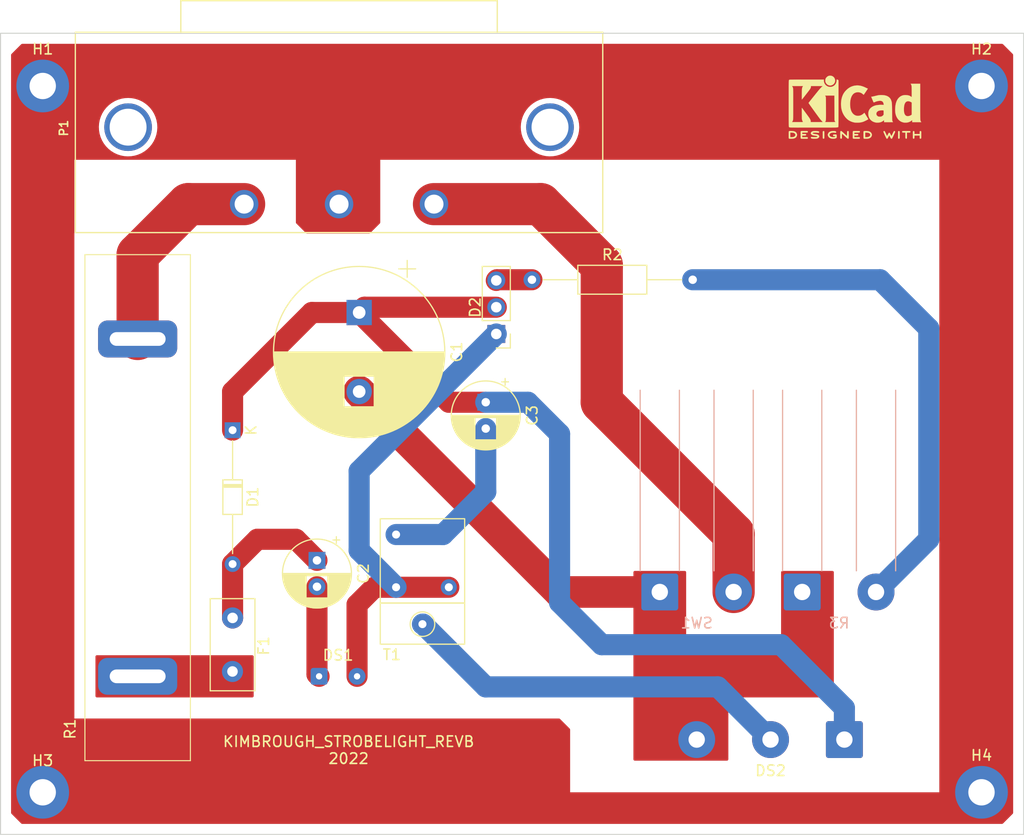
<source format=kicad_pcb>
(kicad_pcb (version 20211014) (generator pcbnew)
  (layers (0 "F.Cu" mixed "TOP") (31 "B.Cu" mixed "BOTTOM") (34 "B.Paste" user "PMB") (35 "F.Paste" user "PMT") (36 "B.SilkS" user "BSILK") (37 "F.SilkS" user "TSILK") (38 "B.Mask" user "SMB") (39 "F.Mask" user "SMT") (44 "Edge.Cuts" user "OUTLINE"))
  (net 0 "")
  (net 1 "Net-(C2-Pad1)")
  (net 2 "Net-(R2-Pad2)")
  (net 3 "Net-(D2-Pad1)")
  (net 4 "Net-(C1-Pad2)")
  (net 5 "Net-(C1-Pad1)")
  (net 6 "Net-(DS2-Pad2)")
  (net 7 "Net-(P1-Pad1)")
  (net 8 "Net-(P1-Pad2)")
  (net 9 "Net-(D2-Pad3)")
  (net 10 "Net-(H1-Pad1)")
  (net 11 "Net-(DS1-Pad1)")
  (net 12 "Net-(T1-Pad2)")
  (net 13 "Net-(F1-Pad2)")
  (footprint "Connector_Wire:SolderWire-0.1sqmm_1x02_P3.6mm_D0.4mm_OD1mm" (layer "F.Cu") (at 104.2 105)
    (fp_text reference "DS1" (at 1.8 -2) (layer "F.SilkS"))
    (fp_text value "Lamp_Flash")
    (pad "1" thru_hole roundrect (at 0 0) (size 1.6 1.6) (drill 0.6) (layers *.Cu *.Mask) (roundrect_rratio 0.15625) (net 11 "Net-(DS1-Pad1)"))
    (pad "2" thru_hole circle (at 3.6 0) (size 1.6 1.6) (drill 0.6) (layers *.Cu *.Mask) (net 3 "Net-(D2-Pad1)"))
  )
  (footprint "Capacitor_THT:CP_Radial_D16.0mm_P7.50mm" (layer "F.Cu") (at 108 70.487246 -90)
    (fp_text reference "C1" (at 3.75 -9.25 90) (layer "F.SilkS"))
    (fp_text value "0.22uF")
    (pad "1" thru_hole rect (at 0 0 270) (size 2.4 2.4) (drill 1.2) (layers *.Cu *.Mask) (net 5 "Net-(C1-Pad1)"))
    (pad "2" thru_hole circle (at 7.5 0 270) (size 2.4 2.4) (drill 1.2) (layers *.Cu *.Mask) (net 4 "Net-(C1-Pad2)"))
  )
  (footprint "Connector_PinHeader_2.54mm:PinHeader_1x03_P2.54mm_Vertical" (layer "F.Cu") (at 121 72.525 180)
    (fp_text reference "D2" (at 2 2.525 90) (layer "F.SilkS"))
    (fp_text value "1N4004")
    (pad "1" thru_hole rect (at 0 0 180) (size 1.7 1.7) (drill 1) (layers *.Cu *.Mask) (net 3 "Net-(D2-Pad1)"))
    (pad "2" thru_hole oval (at 0 2.54 180) (size 1.7 1.7) (drill 1) (layers *.Cu *.Mask) (net 5 "Net-(C1-Pad1)"))
    (pad "3" thru_hole oval (at 0 5.08 180) (size 1.7 1.7) (drill 1) (layers *.Cu *.Mask) (net 9 "Net-(D2-Pad3)"))
  )
  (footprint "MountingHole:MountingHole_2.5mm_Pad_TopBottom" (layer "F.Cu") (at 78 49)
    (fp_text reference "H1" (at 0 -3.5) (layer "F.SilkS"))
    (fp_text value "MountingHole_Pad")
    (pad "1" connect circle (at 0 0) (size 5 5) (layers "B.Cu" "B.Mask") (net 10 "Net-(H1-Pad1)"))
    (pad "1" connect circle (at 0 0) (size 5 5) (layers "F.Cu" "F.Mask") (net 10 "Net-(H1-Pad1)"))
    (pad "1" thru_hole circle (at 0 0) (size 2.9 2.9) (drill 2.5) (layers *.Cu *.Mask) (net 10 "Net-(H1-Pad1)"))
  )
  (footprint "Resistor_THT:R_Axial_DIN0207_L6.3mm_D2.5mm_P15.24mm_Horizontal" (layer "F.Cu") (at 124.38 67.38)
    (fp_text reference "R2" (at 7.62 -2.37) (layer "F.SilkS"))
    (fp_text value "250 kOhms")
    (pad "1" thru_hole circle (at 0 0) (size 1.6 1.6) (drill 0.8) (layers *.Cu *.Mask) (net 9 "Net-(D2-Pad3)"))
    (pad "2" thru_hole oval (at 15.24 0) (size 1.6 1.6) (drill 0.8) (layers *.Cu *.Mask) (net 2 "Net-(R2-Pad2)"))
  )
  (footprint "Symbol:KiCad-Logo2_5mm_SilkScreen" (layer "F.Cu") (at 155 51)
    (fp_text reference "REF**" hide)
    (fp_text value "KiCad-Logo2_5mm_SilkScreen" hide)
  )
  (footprint "MountingHole:MountingHole_2.5mm_Pad_TopBottom" (layer "F.Cu") (at 167 116)
    (fp_text reference "H4" (at 0 -3.5) (layer "F.SilkS"))
    (fp_text value "MountingHole_Pad")
    (pad "1" thru_hole circle (at 0 0) (size 2.9 2.9) (drill 2.5) (layers *.Cu *.Mask) (net 10 "Net-(H1-Pad1)"))
    (pad "1" connect circle (at 0 0) (size 5 5) (layers "B.Cu" "B.Mask") (net 10 "Net-(H1-Pad1)"))
    (pad "1" connect circle (at 0 0) (size 5 5) (layers "F.Cu" "F.Mask") (net 10 "Net-(H1-Pad1)"))
  )
  (footprint "Fuse:Fuse_Littelfuse_395Series" (layer "F.Cu") (at 96 99.46 -90)
    (fp_text reference "F1" (at 2.65 -2.95 90) (layer "F.SilkS"))
    (fp_text value "Fuse")
    (pad "1" thru_hole circle (at 0 0 270) (size 2 2) (drill 1) (layers *.Cu *.Mask) (net 1 "Net-(C2-Pad1)"))
    (pad "2" thru_hole circle (at 5.08 0.01 270) (size 2 2) (drill 1) (layers *.Cu *.Mask) (net 13 "Net-(F1-Pad2)"))
  )
  (footprint "MountingHole:MountingHole_2.5mm_Pad_TopBottom" (layer "F.Cu") (at 167 49)
    (fp_text reference "H2" (at 0 -3.5) (layer "F.SilkS"))
    (fp_text value "MountingHole_Pad")
    (pad "1" thru_hole circle (at 0 0) (size 2.9 2.9) (drill 2.5) (layers *.Cu *.Mask) (net 10 "Net-(H1-Pad1)"))
    (pad "1" connect circle (at 0 0) (size 5 5) (layers "F.Cu" "F.Mask") (net 10 "Net-(H1-Pad1)"))
    (pad "1" connect circle (at 0 0) (size 5 5) (layers "B.Cu" "B.Mask") (net 10 "Net-(H1-Pad1)"))
  )
  (footprint "MountingHole:MountingHole_2.5mm_Pad_TopBottom" (layer "F.Cu") (at 78 116)
    (fp_text reference "H3" (at 0 -3) (layer "F.SilkS"))
    (fp_text value "MountingHole_Pad")
    (pad "1" connect circle (at 0 0) (size 5 5) (layers "F.Cu" "F.Mask") (net 10 "Net-(H1-Pad1)"))
    (pad "1" thru_hole circle (at 0 0) (size 2.9 2.9) (drill 2.5) (layers *.Cu *.Mask) (net 10 "Net-(H1-Pad1)"))
    (pad "1" connect circle (at 0 0) (size 5 5) (layers "B.Cu" "B.Mask") (net 10 "Net-(H1-Pad1)"))
  )
  (footprint "Diode_THT:D_DO-34_SOD68_P12.70mm_Horizontal" (layer "F.Cu") (at 96 81.65 -90)
    (fp_text reference "D1" (at 6.35 -1.92 -90) (layer "F.SilkS"))
    (fp_text value "TIC106 alt (C106M1G)")
    (fp_text user "K" (at 0 -1.75 -90) (layer "F.SilkS"))
    (pad "1" thru_hole rect (at 0 0 270) (size 1.5 1.5) (drill 0.75) (layers *.Cu *.Mask) (net 5 "Net-(C1-Pad1)"))
    (pad "2" thru_hole oval (at 12.7 0 270) (size 1.5 1.5) (drill 0.75) (layers *.Cu *.Mask) (net 1 "Net-(C2-Pad1)"))
  )
  (footprint "MyInv:703W-00_54" (layer "F.Cu") (at 81.09325 62.90675)
    (fp_text reference "P1" (at -1.09325 -9.90675 90) (layer "F.SilkS") (effects (font (size 0.787402 0.787402))))
    (fp_text value "120V AC")
    (pad "1" thru_hole circle (at 16 -2.7) (size 2.7 2.7) (drill 1.8) (layers *.Cu *.Mask) (net 7 "Net-(P1-Pad1)"))
    (pad "2" thru_hole circle (at 34 -2.7) (size 2.7 2.7) (drill 1.8) (layers *.Cu *.Mask) (net 8 "Net-(P1-Pad2)"))
    (pad "3" thru_hole circle (at 25 -2.7) (size 2.7 2.7) (drill 1.8) (layers *.Cu *.Mask) (net 10 "Net-(H1-Pad1)"))
    (pad "MH1" thru_hole circle (at 5 -10) (size 4.516 4.516) (drill 3.5) (layers *.Cu *.Mask))
    (pad "MH2" thru_hole circle (at 45 -10) (size 4.516 4.516) (drill 3.5) (layers *.Cu *.Mask))
  )
  (footprint "MyInv:ZS1052(H)" (layer "F.Cu") (at 114 94.05)
    (fp_text reference "T1" (at -2.9 8.9 unlocked) (layer "F.SilkS"))
    (fp_text value "Trigger_Coil")
    (pad "1" thru_hole circle (at 2.5 2.5 90) (size 1.524 1.524) (drill 0.762) (layers *.Cu *.Mask) (net 3 "Net-(D2-Pad1)"))
    (pad "2" thru_hole circle (at -2.5 -2.5 90) (size 1.524 1.524) (drill 0.762) (layers *.Cu *.Mask) (net 12 "Net-(T1-Pad2)"))
    (pad "3" thru_hole circle (at -2.5 2.5 90) (size 1.524 1.524) (drill 0.762) (layers *.Cu *.Mask) (net 3 "Net-(D2-Pad1)"))
    (pad "4" thru_hole circle (at 0 6 90) (size 1.524 1.524) (drill 0.762) (layers *.Cu *.Mask) (net 6 "Net-(DS2-Pad2)"))
  )
  (footprint "MyInv:SQZW1047RJ" (layer "F.Cu") (at 87 105 90)
    (fp_text reference "R1" (at -5 -6.4 90 unlocked) (layer "F.SilkS"))
    (fp_text value "47ohm")
    (pad "1" thru_hole roundrect (at 0 0 90) (size 3.5 7.5) (drill oval 1.3 5.3) (layers *.Cu *.Mask) (net 13 "Net-(F1-Pad2)"))
    (pad "2" thru_hole roundrect (at 32 0 90) (size 3.5 7.5) (drill oval 1.3 5.3) (layers *.Cu *.Mask) (net 7 "Net-(P1-Pad1)"))
  )
  (footprint "Capacitor_THT:CP_Radial_D6.3mm_P2.50mm" (layer "F.Cu") (at 104 94 -90)
    (fp_text reference "C2" (at 1.25 -4.4 -90) (layer "F.SilkS"))
    (fp_text value "0.1uF 125V")
    (pad "1" thru_hole rect (at 0 0 270) (size 1.6 1.6) (drill 0.8) (layers *.Cu *.Mask) (net 1 "Net-(C2-Pad1)"))
    (pad "2" thru_hole circle (at 2.5 0 270) (size 1.6 1.6) (drill 0.8) (layers *.Cu *.Mask) (net 11 "Net-(DS1-Pad1)"))
  )
  (footprint "Connector_Wire:SolderWire-0.75sqmm_1x03_P7mm_D1.25mm_OD3.5mm" (layer "F.Cu") (at 154 111 180)
    (fp_text reference "DS2" (at 7 -2.95) (layer "F.SilkS"))
    (fp_text value "Lamp_Neon_NE-2")
    (pad "1" thru_hole roundrect (at 0 0 180) (size 3.5 3.5) (drill 1.55) (layers *.Cu *.Mask) (roundrect_rratio 0.07142914286) (net 5 "Net-(C1-Pad1)"))
    (pad "2" thru_hole circle (at 7 0 180) (size 3.5 3.5) (drill 1.55) (layers *.Cu *.Mask) (net 6 "Net-(DS2-Pad2)"))
    (pad "3" thru_hole circle (at 14 0 180) (size 3.5 3.5) (drill 1.55) (layers *.Cu *.Mask) (net 4 "Net-(C1-Pad2)"))
  )
  (footprint "Capacitor_THT:CP_Radial_D6.3mm_P2.50mm" (layer "F.Cu") (at 120 79 -90)
    (fp_text reference "C3" (at 1.25 -4.4 -90) (layer "F.SilkS"))
    (fp_text value "100uF 250V")
    (pad "1" thru_hole rect (at 0 0 270) (size 1.6 1.6) (drill 0.8) (layers *.Cu *.Mask) (net 5 "Net-(C1-Pad1)"))
    (pad "2" thru_hole circle (at 2.5 0 270) (size 1.6 1.6) (drill 0.8) (layers *.Cu *.Mask) (net 12 "Net-(T1-Pad2)"))
  )
  (footprint "Connector_Wire:SolderWire-0.75sqmm_1x02_P7mm_D1.25mm_OD3.5mm_Relief" (layer "B.Cu") (at 136.5 97)
    (fp_text reference "SW1" (at 3.5 2.95) (layer "B.SilkS") (effects (justify mirror)))
    (fp_text value "Slide Switch")
    (pad "" np_thru_hole circle (at 0 -21) (size 4 4) (drill 4) (layers *.Cu *.Mask))
    (pad "" np_thru_hole circle (at 7 -21) (size 4 4) (drill 4) (layers *.Cu *.Mask))
    (pad "1" thru_hole roundrect (at 0 0) (size 3.5 3.5) (drill 1.55) (layers *.Cu *.Mask) (roundrect_rratio 0.07142914286) (net 4 "Net-(C1-Pad2)"))
    (pad "2" thru_hole circle (at 7 0) (size 3.5 3.5) (drill 1.55) (layers *.Cu *.Mask) (net 8 "Net-(P1-Pad2)"))
  )
  (footprint "Connector_Wire:SolderWire-0.75sqmm_1x02_P7mm_D1.25mm_OD3.5mm_Relief" (layer "B.Cu") (at 150 97)
    (fp_text reference "R3" (at 3.5 2.95) (layer "B.SilkS") (effects (justify mirror)))
    (fp_text value "120kOhm")
    (pad "" np_thru_hole circle (at 7 -21) (size 4 4) (drill 4) (layers *.Cu *.Mask))
    (pad "" np_thru_hole circle (at 0 -21) (size 4 4) (drill 4) (layers *.Cu *.Mask))
    (pad "1" thru_hole roundrect (at 0 0) (size 3.5 3.5) (drill 1.55) (layers *.Cu *.Mask) (roundrect_rratio 0.07142914286) (net 4 "Net-(C1-Pad2)"))
    (pad "2" thru_hole circle (at 7 0) (size 3.5 3.5) (drill 1.55) (layers *.Cu *.Mask) (net 2 "Net-(R2-Pad2)"))
  )
  (gr_rect (start 74 44) (end 171 120) (layer "Edge.Cuts") (width 0.1) (fill none))
  (gr_text "KIMBROUGH_STROBELIGHT_REVB\n2022" (at 107 112) (layer "F.SilkS") (effects (font (size 1 1))))
  (segment (start 96 94.35) (end 98.35 92) (width 2) (layer "F.Cu") (net 1))
  (segment (start 98.35 92) (end 102 92) (width 2) (layer "F.Cu") (net 1))
  (segment (start 96 99.46) (end 96 94.35) (width 2) (layer "F.Cu") (net 1))
  (segment (start 102 92) (end 104 94) (width 2) (layer "F.Cu") (net 1))
  (segment (start 162 92) (end 157 97) (width 2) (layer "B.Cu") (net 2))
  (segment (start 157.38 67.38) (end 162 72) (width 2) (layer "B.Cu") (net 2))
  (segment (start 162 72) (end 162 92) (width 2) (layer "B.Cu") (net 2))
  (segment (start 139.62 67.38) (end 157.38 67.38) (width 2) (layer "B.Cu") (net 2))
  (segment (start 109.45 96.55) (end 107.8 98.2) (width 2) (layer "F.Cu") (net 3))
  (segment (start 111.5 96.55) (end 109.45 96.55) (width 2) (layer "F.Cu") (net 3))
  (segment (start 116.5 96.55) (end 111.5 96.55) (width 2) (layer "F.Cu") (net 3))
  (segment (start 107.8 98.2) (end 107.8 105) (width 2) (layer "F.Cu") (net 3))
  (segment (start 108 85.525) (end 121 72.525) (width 2) (layer "B.Cu") (net 3))
  (segment (start 111.5 96.55) (end 108 93.05) (width 2) (layer "B.Cu") (net 3))
  (segment (start 108 93.05) (end 108 85.525) (width 2) (layer "B.Cu") (net 3))
  (segment (start 127.012754 97) (end 108 77.987246) (width 3) (layer "F.Cu") (net 4))
  (segment (start 136.5 97) (end 127.012754 97) (width 3) (layer "F.Cu") (net 4))
  (segment (start 96 81.65) (end 96 78) (width 2) (layer "F.Cu") (net 5))
  (segment (start 96 78) (end 103.512754 70.487246) (width 2) (layer "F.Cu") (net 5))
  (segment (start 108.502246 69.985) (end 121 69.985) (width 2) (layer "F.Cu") (net 5))
  (segment (start 103.512754 70.487246) (end 108 70.487246) (width 2) (layer "F.Cu") (net 5))
  (segment (start 116.512754 79) (end 108 70.487246) (width 2) (layer "F.Cu") (net 5))
  (segment (start 120 79) (end 116.512754 79) (width 2) (layer "F.Cu") (net 5))
  (segment (start 108 70.487246) (end 108.502246 69.985) (width 2) (layer "F.Cu") (net 5))
  (segment (start 124 79) (end 127 82) (width 2) (layer "B.Cu") (net 5))
  (segment (start 127 82) (end 127 98) (width 2) (layer "B.Cu") (net 5))
  (segment (start 154 108) (end 154 111) (width 2) (layer "B.Cu") (net 5))
  (segment (start 131 102) (end 148 102) (width 2) (layer "B.Cu") (net 5))
  (segment (start 148 102) (end 154 108) (width 2) (layer "B.Cu") (net 5))
  (segment (start 120 79) (end 124 79) (width 2) (layer "B.Cu") (net 5))
  (segment (start 127 98) (end 131 102) (width 2) (layer "B.Cu") (net 5))
  (segment (start 120 106) (end 114.05 100.05) (width 2) (layer "B.Cu") (net 6))
  (segment (start 114.05 100.05) (end 114 100.05) (width 2) (layer "B.Cu") (net 6))
  (segment (start 142 106) (end 120 106) (width 2) (layer "B.Cu") (net 6))
  (segment (start 147 111) (end 142 106) (width 2) (layer "B.Cu") (net 6))
  (segment (start 97.09325 60.20675) (end 91.79325 60.20675) (width 4) (layer "F.Cu") (net 7))
  (segment (start 87 65) (end 87 73) (width 4) (layer "F.Cu") (net 7))
  (segment (start 91.79325 60.20675) (end 87 65) (width 4) (layer "F.Cu") (net 7))
  (segment (start 115.09325 60.20675) (end 125.20675 60.20675) (width 4) (layer "F.Cu") (net 8))
  (segment (start 131 66) (end 131 79) (width 4) (layer "F.Cu") (net 8))
  (segment (start 125.20675 60.20675) (end 131 66) (width 4) (layer "F.Cu") (net 8))
  (segment (start 131 79) (end 143.5 91.5) (width 4) (layer "F.Cu") (net 8))
  (segment (start 143.5 91.5) (end 143.5 97) (width 4) (layer "F.Cu") (net 8))
  (segment (start 124.38 67.38) (end 121.065 67.38) (width 2) (layer "F.Cu") (net 9))
  (segment (start 121.065 67.38) (end 121 67.445) (width 2) (layer "F.Cu") (net 9))
  (segment (start 104 104.8) (end 104.2 105) (width 2) (layer "F.Cu") (net 11))
  (segment (start 104 96.5) (end 104 104.8) (width 2) (layer "F.Cu") (net 11))
  (segment (start 115.95 91.55) (end 111.5 91.55) (width 2) (layer "B.Cu") (net 12))
  (segment (start 120 81.5) (end 120 87.5) (width 2) (layer "B.Cu") (net 12))
  (segment (start 120 87.5) (end 115.95 91.55) (width 2) (layer "B.Cu") (net 12))
  (zone (net 4) (net_name "Net-(C1-Pad2)") (layer "F.Cu") (name "54") (connect_pads yes (clearance 0.508)) (min_thickness 0.254) (fill yes (thermal_gap 0.508) (thermal_bridge_width 0.508) (smoothing chamfer))
    (polygon (pts (xy 139 101) (xy 148 101) (xy 148 95) (xy 153 95) (xy 153 107) (xy 143 107) (xy 143 113) (xy 134 113) (xy 134 95) (xy 139 95)))
  )
  (zone (net 10) (net_name "Net-(H1-Pad1)") (layer "F.Cu") (name "gnd") (connect_pads yes (clearance 0.508)) (min_thickness 0.254) (fill yes (thermal_gap 0.508) (thermal_bridge_width 0.508) (smoothing chamfer) (radius 1) (island_removal_mode 1) (island_area_min 0))
    (polygon (pts (xy 170 119) (xy 75 119) (xy 75 45) (xy 170 45)))
    (polygon (pts (xy 81 56) (xy 81 109) (xy 128 109) (xy 128 116) (xy 163 116) (xy 163 56) (xy 110 56) (xy 110 63) (xy 102 63) (xy 102 56)))
  )
  (zone (net 13) (net_name "Net-(F1-Pad2)") (layer "F.Cu") (connect_pads yes (clearance 0.508)) (min_thickness 0.254) (fill yes (thermal_gap 0.508) (thermal_bridge_width 0.508))
    (polygon (pts (xy 83 103) (xy 93 103) (xy 98 103) (xy 98 107) (xy 83 107)))
  )
)
</source>
